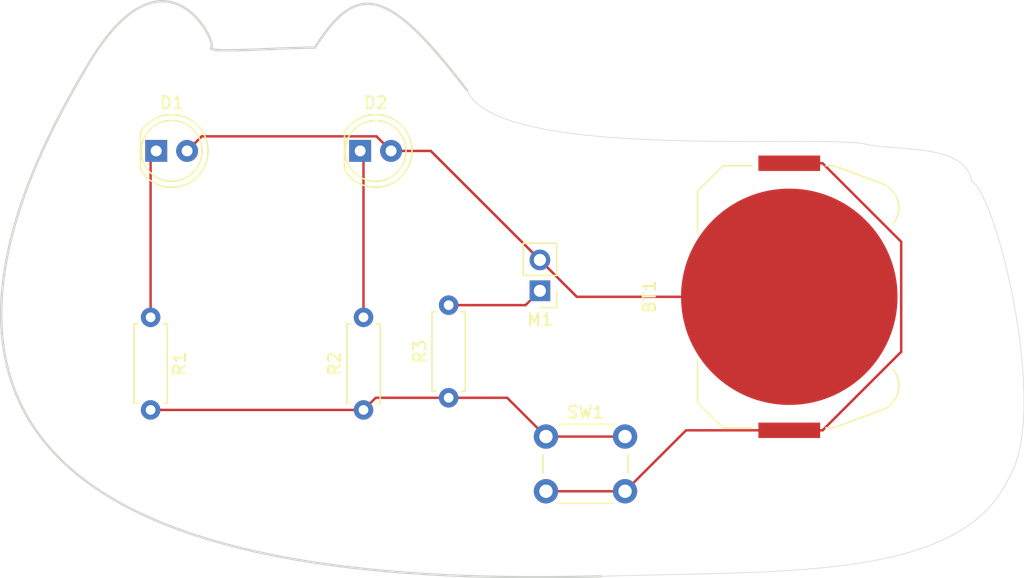
<source format=kicad_pcb>
(kicad_pcb (version 20241229) (generator "pcbnew") (generator_version "9.0")
  (layers (0 "F.Cu" signal) (2 "B.Cu" signal) (13 "F.Paste" user) (15 "B.Paste" user) (5 "F.SilkS" user "F.Silkscreen") (7 "B.SilkS" user "B.Silkscreen") (1 "F.Mask" user) (3 "B.Mask" user) (25 "Edge.Cuts" user))
  (net 0 "")
  (net 1 "Net-(BT1-+)")
  (net 2 "Net-(BT1--)")
  (net 3 "Net-(D1-K)")
  (net 4 "Net-(M1-+)")
  (net 5 "Net-(R1-Pad2)")
  (net 6 "Net-(D2-K)")
  (footprint "Connector_PinHeader_2.54mm:PinHeader_1x02_P2.54mm_Vertical" (layer "F.Cu") (at 144.5 74.01 180)
    (property "Reference" "M1" (at 0 -2.38 0) (layer "F.SilkS"))
    (property "Value" "Motor_DC")
    (fp_line (start 1.38 1.27) (end 1.38 3.92) (stroke (width 0.12)) (layer "F.SilkS"))
    (fp_line (start -1.38 3.92) (end 1.38 3.92) (stroke (width 0.12)) (layer "F.SilkS"))
    (fp_line (start -1.38 1.27) (end 1.38 1.27) (stroke (width 0.12)) (layer "F.SilkS"))
    (fp_line (start -1.38 1.27) (end -1.38 3.92) (stroke (width 0.12)) (layer "F.SilkS"))
    (fp_line (start -1.38 0) (end -1.38 -1.38) (stroke (width 0.12)) (layer "F.SilkS"))
    (fp_line (start -1.38 -1.38) (end 0 -1.38) (stroke (width 0.12)) (layer "F.SilkS"))
    (pad "1" thru_hole rect (at 0 0 180) (size 1.7 1.7) (drill 1) (layers "*.Cu" "*.Mask") (net 4 "Net-(M1-+)"))
    (pad "2" thru_hole circle (at 0 2.54 180) (size 1.7 1.7) (drill 1) (layers "*.Cu" "*.Mask") (net 2 "Net-(BT1--)"))
  )
  (footprint "Resistor_THT:R_Axial_DIN0207_L6.3mm_D2.5mm_P7.62mm_Horizontal" (layer "F.Cu") (at 130 83.81 90)
    (property "Reference" "R2" (at 3.81 -2.37 90) (layer "F.SilkS"))
    (property "Value" "R")
    (fp_line (start 7.08 -1.37) (end 7.08 -1.04) (stroke (width 0.12)) (layer "F.SilkS"))
    (fp_line (start 0.54 -1.37) (end 7.08 -1.37) (stroke (width 0.12)) (layer "F.SilkS"))
    (fp_line (start 0.54 -1.04) (end 0.54 -1.37) (stroke (width 0.12)) (layer "F.SilkS"))
    (fp_line (start 0.54 1.04) (end 0.54 1.37) (stroke (width 0.12)) (layer "F.SilkS"))
    (fp_line (start 7.08 1.37) (end 7.08 1.04) (stroke (width 0.12)) (layer "F.SilkS"))
    (fp_line (start 0.54 1.37) (end 7.08 1.37) (stroke (width 0.12)) (layer "F.SilkS"))
    (pad "1" thru_hole circle (at 0 0 90) (size 1.6 1.6) (drill 0.8) (layers "*.Cu" "*.Mask") (net 5 "Net-(R1-Pad2)"))
    (pad "2" thru_hole oval (at 7.62 0 90) (size 1.6 1.6) (drill 0.8) (layers "*.Cu" "*.Mask") (net 6 "Net-(D2-K)"))
  )
  (footprint "LED_THT:LED_D5.0mm" (layer "F.Cu") (at 129.725 62.5)
    (property "Reference" "D2" (at 1.27 -3.96 0) (layer "F.SilkS"))
    (property "Value" "LED")
    (fp_line (start -1.29 -1.545) (end -1.29 1.545) (stroke (width 0.12)) (layer "F.SilkS"))
    (fp_arc (start -1.29 -1.54483) (mid 2.071756 -2.880501) (end 4.26 -0.000048) (stroke (width 0.12)) (layer "F.SilkS"))
    (fp_arc (start 4.26 0.000048) (mid 2.071756 2.880501) (end -1.29 1.54483) (stroke (width 0.12)) (layer "F.SilkS"))
    (fp_circle (center 1.27 0) (end 3.77 0) (stroke (width 0.12)) (fill no) (layer "F.SilkS"))
    (pad "1" thru_hole rect (at 0 0) (size 1.8 1.8) (drill 0.9) (layers "*.Cu" "*.Mask") (net 6 "Net-(D2-K)"))
    (pad "2" thru_hole circle (at 2.54 0) (size 1.8 1.8) (drill 0.9) (layers "*.Cu" "*.Mask") (net 2 "Net-(BT1--)"))
  )
  (footprint "Resistor_THT:R_Axial_DIN0207_L6.3mm_D2.5mm_P7.62mm_Horizontal" (layer "F.Cu") (at 137 82.81 90)
    (property "Reference" "R3" (at 3.81 -2.37 90) (layer "F.SilkS"))
    (property "Value" "R")
    (fp_line (start 7.08 -1.37) (end 7.08 -1.04) (stroke (width 0.12)) (layer "F.SilkS"))
    (fp_line (start 0.54 -1.37) (end 7.08 -1.37) (stroke (width 0.12)) (layer "F.SilkS"))
    (fp_line (start 0.54 -1.04) (end 0.54 -1.37) (stroke (width 0.12)) (layer "F.SilkS"))
    (fp_line (start 0.54 1.04) (end 0.54 1.37) (stroke (width 0.12)) (layer "F.SilkS"))
    (fp_line (start 7.08 1.37) (end 7.08 1.04) (stroke (width 0.12)) (layer "F.SilkS"))
    (fp_line (start 0.54 1.37) (end 7.08 1.37) (stroke (width 0.12)) (layer "F.SilkS"))
    (pad "1" thru_hole circle (at 0 0 90) (size 1.6 1.6) (drill 0.8) (layers "*.Cu" "*.Mask") (net 5 "Net-(R1-Pad2)"))
    (pad "2" thru_hole oval (at 7.62 0 90) (size 1.6 1.6) (drill 0.8) (layers "*.Cu" "*.Mask") (net 4 "Net-(M1-+)"))
  )
  (footprint "Button_Switch_THT:SW_PUSH_6mm" (layer "F.Cu") (at 145 86)
    (property "Reference" "SW1" (at 3.25 -2 0) (layer "F.SilkS"))
    (property "Value" "SW_Push")
    (fp_line (start -0.25 1.5) (end -0.25 3) (stroke (width 0.12)) (layer "F.SilkS"))
    (fp_line (start 1 5.5) (end 5.5 5.5) (stroke (width 0.12)) (layer "F.SilkS"))
    (fp_line (start 5.5 -1) (end 1 -1) (stroke (width 0.12)) (layer "F.SilkS"))
    (fp_line (start 6.75 3) (end 6.75 1.5) (stroke (width 0.12)) (layer "F.SilkS"))
    (pad "1" thru_hole circle (at 0 0 90) (size 2 2) (drill 1.1) (layers "*.Cu" "*.Mask") (net 5 "Net-(R1-Pad2)"))
    (pad "1" thru_hole circle (at 6.5 0 90) (size 2 2) (drill 1.1) (layers "*.Cu" "*.Mask") (net 5 "Net-(R1-Pad2)"))
    (pad "2" thru_hole circle (at 0 4.5 90) (size 2 2) (drill 1.1) (layers "*.Cu" "*.Mask") (net 1 "Net-(BT1-+)"))
    (pad "2" thru_hole circle (at 6.5 4.5 90) (size 2 2) (drill 1.1) (layers "*.Cu" "*.Mask") (net 1 "Net-(BT1-+)"))
  )
  (footprint "LED_THT:LED_D5.0mm" (layer "F.Cu") (at 112.96 62.5)
    (property "Reference" "D1" (at 1.27 -3.96 0) (layer "F.SilkS"))
    (property "Value" "LED")
    (fp_line (start -1.29 -1.545) (end -1.29 1.545) (stroke (width 0.12)) (layer "F.SilkS"))
    (fp_arc (start -1.29 -1.54483) (mid 2.071756 -2.880501) (end 4.26 -0.000048) (stroke (width 0.12)) (layer "F.SilkS"))
    (fp_arc (start 4.26 0.000048) (mid 2.071756 2.880501) (end -1.29 1.54483) (stroke (width 0.12)) (layer "F.SilkS"))
    (fp_circle (center 1.27 0) (end 3.77 0) (stroke (width 0.12)) (fill no) (layer "F.SilkS"))
    (pad "1" thru_hole rect (at 0 0) (size 1.8 1.8) (drill 0.9) (layers "*.Cu" "*.Mask") (net 3 "Net-(D1-K)"))
    (pad "2" thru_hole circle (at 2.54 0) (size 1.8 1.8) (drill 0.9) (layers "*.Cu" "*.Mask") (net 2 "Net-(BT1--)"))
  )
  (footprint "Resistor_THT:R_Axial_DIN0207_L6.3mm_D2.5mm_P7.62mm_Horizontal" (layer "F.Cu") (at 112.5 76.19 -90)
    (property "Reference" "R1" (at 3.81 -2.37 90) (layer "F.SilkS"))
    (property "Value" "R")
    (fp_line (start 0.54 1.37) (end 7.08 1.37) (stroke (width 0.12)) (layer "F.SilkS"))
    (fp_line (start 7.08 1.37) (end 7.08 1.04) (stroke (width 0.12)) (layer "F.SilkS"))
    (fp_line (start 0.54 1.04) (end 0.54 1.37) (stroke (width 0.12)) (layer "F.SilkS"))
    (fp_line (start 0.54 -1.04) (end 0.54 -1.37) (stroke (width 0.12)) (layer "F.SilkS"))
    (fp_line (start 0.54 -1.37) (end 7.08 -1.37) (stroke (width 0.12)) (layer "F.SilkS"))
    (fp_line (start 7.08 -1.37) (end 7.08 -1.04) (stroke (width 0.12)) (layer "F.SilkS"))
    (pad "1" thru_hole circle (at 0 0 270) (size 1.6 1.6) (drill 0.8) (layers "*.Cu" "*.Mask") (net 3 "Net-(D1-K)"))
    (pad "2" thru_hole oval (at 7.62 0 270) (size 1.6 1.6) (drill 0.8) (layers "*.Cu" "*.Mask") (net 5 "Net-(R1-Pad2)"))
  )
  (footprint "Battery:BatteryHolder_Keystone_3034_1x20mm" (layer "F.Cu") (at 165 74.5 90)
    (property "Reference" "BT1" (at 0 -11.5 90) (layer "F.SilkS"))
    (property "Value" "Battery_Cell")
    (fp_line (start 8.7 -7.54) (end 5.2 -7.54) (stroke (width 0.12)) (layer "F.SilkS"))
    (fp_line (start 8.7 -7.54) (end 10.78 -5.46) (stroke (width 0.12)) (layer "F.SilkS"))
    (fp_line (start -5.2 -7.54) (end -8.7 -7.54) (stroke (width 0.12)) (layer "F.SilkS"))
    (fp_line (start -8.7 -7.54) (end -10.78 -5.46) (stroke (width 0.12)) (layer "F.SilkS"))
    (fp_line (start 10.78 -5.46) (end 10.78 -3) (stroke (width 0.12)) (layer "F.SilkS"))
    (fp_line (start -10.78 -5.46) (end -10.78 -3) (stroke (width 0.12)) (layer "F.SilkS"))
    (fp_line (start 10.78 3) (end 10.78 3.63) (stroke (width 0.12)) (layer "F.SilkS"))
    (fp_line (start -10.78 3) (end -10.78 3.63) (stroke (width 0.12)) (layer "F.SilkS"))
    (fp_line (start 10.78 3.63) (end 9.34 7.58) (stroke (width 0.12)) (layer "F.SilkS"))
    (fp_line (start -10.78 3.63) (end -9.34 7.58) (stroke (width 0.12)) (layer "F.SilkS"))
    (fp_arc (start 9.325243 7.588169) (mid 7.90634 8.911668) (end 6 8.55) (stroke (width 0.12)) (layer "F.SilkS"))
    (fp_arc (start -6.003354 8.56653) (mid -7.921654 8.918738) (end -9.34 7.58) (stroke (width 0.12)) (layer "F.SilkS"))
    (pad "1" smd rect (at -10.985 0 90) (size 1.27 5.08) (layers "F.Cu" "F.Mask" "F.Paste") (net 1 "Net-(BT1-+)"))
    (pad "1" smd rect (at 10.985 0 90) (size 1.27 5.08) (layers "F.Cu" "F.Mask" "F.Paste") (net 1 "Net-(BT1-+)"))
    (pad "2" smd circle (at 0 0 90) (size 17.8 17.8) (layers "F.Cu" "F.Mask") (net 2 "Net-(BT1--)"))
  )
  (gr_curve (pts (xy 126 54) (xy 129.5 48.5) (xy 132 49) (xy 138.5 57.5)) (stroke (width 0.2)) (layer "Edge.Cuts"))
  (gr_curve (pts (xy 117.5 54) (xy 117 54.5) (xy 123 54) (xy 126 54)) (stroke (width 0.2)) (layer "Edge.Cuts"))
  (gr_curve (pts (xy 171.5 62) (xy 174.5 62.5) (xy 179.5 62) (xy 180 65)) (stroke (width 0.05)) (layer "Edge.Cuts"))
  (gr_curve (pts (xy 180 65) (xy 182 66) (xy 186.5 84) (xy 183 89.5)) (stroke (width 0.05)) (layer "Edge.Cuts"))
  (gr_curve (pts (xy 138.5 57.5) (xy 141 63.5) (xy 168.5 61) (xy 171.5 62)) (stroke (width 0.05)) (layer "Edge.Cuts"))
  (gr_curve (pts (xy 183 89.5) (xy 179 98) (xy 164 97) (xy 149.5 97.5)) (stroke (width 0.05)) (layer "Edge.Cuts"))
  (gr_curve (pts (xy 107 56) (xy 113.5 44.5) (xy 118 53.5) (xy 117.5 54)) (stroke (width 0.2)) (layer "Edge.Cuts"))
  (gr_curve (pts (xy 107 56) (xy 94 78) (xy 95.5 99) (xy 149.5 97.5)) (stroke (width 0.2)) (layer "Edge.Cuts"))
  (segment (start 167.74 85.485) (end 165 85.485) (width 0.2) (layer "F.Cu") (net 1))
  (segment (start 151.5 90.5) (end 145 90.5) (width 0.2) (layer "F.Cu") (net 1))
  (segment (start 165 63.515) (end 167.74 63.515) (width 0.2) (layer "F.Cu") (net 1))
  (segment (start 156.515 85.485) (end 151.5 90.5) (width 0.2) (layer "F.Cu") (net 1))
  (segment (start 174.201 69.976) (end 174.201 79.024) (width 0.2) (layer "F.Cu") (net 1))
  (segment (start 174.201 79.024) (end 167.74 85.485) (width 0.2) (layer "F.Cu") (net 1))
  (segment (start 165 85.485) (end 165.015 85.5) (width 0.2) (layer "F.Cu") (net 1))
  (segment (start 165 85.485) (end 156.515 85.485) (width 0.2) (layer "F.Cu") (net 1))
  (segment (start 167.74 63.515) (end 174.201 69.976) (width 0.2) (layer "F.Cu") (net 1))
  (segment (start 135.53 62.5) (end 144.5 71.47) (width 0.2) (layer "F.Cu") (net 2))
  (segment (start 116.701 61.299) (end 131.064 61.299) (width 0.2) (layer "F.Cu") (net 2))
  (segment (start 115.5 62.5) (end 116.701 61.299) (width 0.2) (layer "F.Cu") (net 2))
  (segment (start 147.53 74.5) (end 165 74.5) (width 0.2) (layer "F.Cu") (net 2))
  (segment (start 144.5 71.47) (end 147.53 74.5) (width 0.2) (layer "F.Cu") (net 2))
  (segment (start 132.265 62.5) (end 135.53 62.5) (width 0.2) (layer "F.Cu") (net 2))
  (segment (start 131.064 61.299) (end 132.265 62.5) (width 0.2) (layer "F.Cu") (net 2))
  (segment (start 112.5 62.96) (end 112.96 62.5) (width 0.2) (layer "F.Cu") (net 3))
  (segment (start 112.5 76.19) (end 112.5 62.96) (width 0.2) (layer "F.Cu") (net 3))
  (segment (start 137 75.19) (end 143.32 75.19) (width 0.2) (layer "F.Cu") (net 4))
  (segment (start 143.32 75.19) (end 144.5 74.01) (width 0.2) (layer "F.Cu") (net 4))
  (segment (start 145 86) (end 141.81 82.81) (width 0.2) (layer "F.Cu") (net 5))
  (segment (start 130 83.81) (end 112.5 83.81) (width 0.2) (layer "F.Cu") (net 5))
  (segment (start 145 86) (end 151.5 86) (width 0.2) (layer "F.Cu") (net 5))
  (segment (start 131 82.81) (end 130 83.81) (width 0.2) (layer "F.Cu") (net 5))
  (segment (start 141.81 82.81) (end 137 82.81) (width 0.2) (layer "F.Cu") (net 5))
  (segment (start 145 86) (end 144.5 86) (width 0.2) (layer "F.Cu") (net 5))
  (segment (start 145 86) (end 145 85.5) (width 0.2) (layer "F.Cu") (net 5))
  (segment (start 137 82.81) (end 131 82.81) (width 0.2) (layer "F.Cu") (net 5))
  (segment (start 130 62.775) (end 129.725 62.5) (width 0.2) (layer "F.Cu") (net 6))
  (segment (start 130 76.19) (end 130 62.775) (width 0.2) (layer "F.Cu") (net 6))
)
</source>
